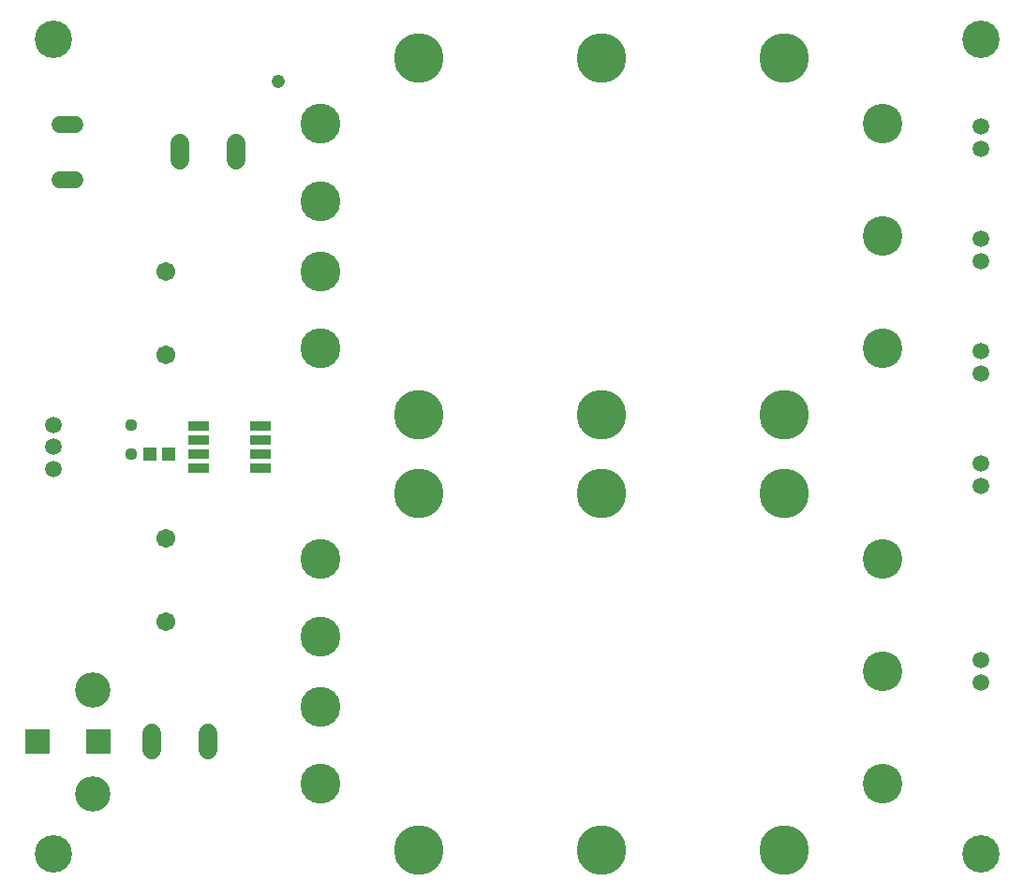
<source format=gbs>
G75*
G70*
%OFA0B0*%
%FSLAX24Y24*%
%IPPOS*%
%LPD*%
%AMOC8*
5,1,8,0,0,1.08239X$1,22.5*
%
%ADD10C,0.1330*%
%ADD11C,0.1421*%
%ADD12C,0.1409*%
%ADD13C,0.1763*%
%ADD14C,0.0674*%
%ADD15R,0.0907X0.0907*%
%ADD16C,0.1261*%
%ADD17C,0.0595*%
%ADD18C,0.0595*%
%ADD19C,0.0680*%
%ADD20R,0.0769X0.0336*%
%ADD21R,0.0513X0.0474*%
%ADD22C,0.0476*%
%ADD23C,0.0437*%
D10*
X008343Y003808D03*
X041343Y003808D03*
X041343Y032808D03*
X008343Y032808D03*
D11*
X017843Y029808D03*
X017843Y027056D03*
X017843Y024556D03*
X017843Y021808D03*
X017843Y014308D03*
X017843Y011556D03*
X017843Y009056D03*
X017843Y006308D03*
D12*
X037843Y006308D03*
X037843Y010308D03*
X037843Y014308D03*
X037843Y021808D03*
X037843Y025808D03*
X037843Y029808D03*
D13*
X034343Y032158D03*
X027843Y032158D03*
X021343Y032158D03*
X021343Y019458D03*
X021343Y016658D03*
X027843Y016658D03*
X027843Y019458D03*
X034343Y019458D03*
X034343Y016658D03*
X034343Y003958D03*
X027843Y003958D03*
X021343Y003958D03*
D14*
X012343Y012082D03*
X012343Y015034D03*
X012343Y021582D03*
X012343Y024534D03*
D15*
X009926Y007808D03*
X007761Y007808D03*
D16*
X009745Y009658D03*
X009745Y005958D03*
D17*
X008343Y017521D03*
X008343Y018308D03*
X008343Y019095D03*
X041343Y017702D03*
X041343Y016914D03*
X041343Y020914D03*
X041343Y021702D03*
X041343Y024914D03*
X041343Y025702D03*
X041343Y028914D03*
X041343Y029702D03*
X041343Y010702D03*
X041343Y009914D03*
D18*
X009101Y027824D02*
X008586Y027824D01*
X008586Y029792D02*
X009101Y029792D01*
D19*
X012843Y029108D02*
X012843Y028508D01*
X014843Y028508D02*
X014843Y029108D01*
X013843Y008108D02*
X013843Y007508D01*
X011843Y007508D02*
X011843Y008108D01*
D20*
X013491Y017558D03*
X013491Y018058D03*
X013491Y018558D03*
X013491Y019058D03*
X015696Y019058D03*
X015696Y018558D03*
X015696Y018058D03*
X015696Y017558D03*
D21*
X012428Y018058D03*
X011759Y018058D03*
D22*
X016343Y031308D03*
D23*
X011093Y019095D03*
X011093Y018058D03*
M02*

</source>
